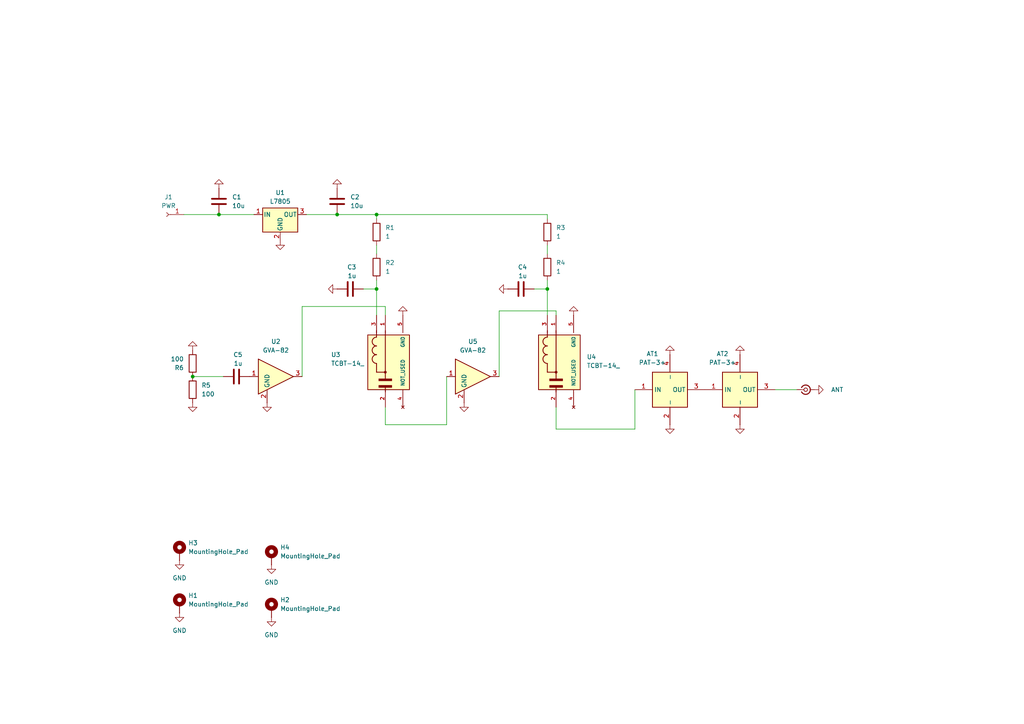
<source format=kicad_sch>
(kicad_sch (version 20231120) (generator "eeschema") (generator_version "8.0")
  (paper "A4")
  (lib_symbols
    (symbol "Connector:Conn_01x01_Socket" (pin_names (offset 1.016) hide)
      (property "Reference" "J" (at 0 2.54 0))
      (property "Value" "Conn_01x01_Socket" (at 0 -2.54 0))
      (symbol "Conn_01x01_Socket_1_1"
        (polyline (pts (xy -1.27 0) (xy -0.508 0)) (stroke (width 0.1524)))
        (arc (start 0 0.508) (mid -0.5058 0) (end 0 -0.508) (stroke (width 0.1524)))
        (pin passive line (at -5.08 0 0) (length 3.81) (name "Pin_1") (number "1"))
      )
    )
    (symbol "Connector:Conn_Coaxial_Small" (pin_numbers hide) (pin_names (offset 1.016) hide)
      (property "Reference" "J" (at 0.254 3.048 0))
      (property "Value" "Conn_Coaxial_Small" (at 0 -3.81 0))
      (symbol "Conn_Coaxial_Small_0_1"
        (polyline (pts (xy -2.54 0) (xy -0.508 0)))
        (circle (center 0 0) (radius 0.508) (stroke (width 0.2032)))
      )
      (symbol "Conn_Coaxial_Small_1_1"
        (arc (start -1.1916 -0.6311) (mid 0.327 -1.3081) (end 1.3484 0.0039) (stroke (width 0.3048)))
        (arc (start 1.3484 -0.0039) (mid 0.327 1.3081) (end -1.1916 0.6311) (stroke (width 0.3048)))
        (pin passive line (at -2.54 0 0) (length 1.27) (name "In") (number "1"))
        (pin passive line (at 2.54 0 180) (length 1.27) (name "Ext") (number "2"))
      )
    )
    (symbol "Device:C" (pin_numbers hide) (pin_names (offset 0.254))
      (property "Reference" "C" (at 0.635 2.54 0))
      (property "Value" "C" (at 0.635 -2.54 0))
      (symbol "C_0_1"
        (polyline (pts (xy -2.032 -0.762) (xy 2.032 -0.762)) (stroke (width 0.508)))
        (polyline (pts (xy -2.032 0.762) (xy 2.032 0.762)) (stroke (width 0.508)))
      )
      (symbol "C_1_1"
        (pin passive line (at 0 3.81 270) (length 2.794) (name "~") (number "1"))
        (pin passive line (at 0 -3.81 90) (length 2.794) (name "~") (number "2"))
      )
    )
    (symbol "Device:R" (pin_numbers hide) (pin_names (offset 0))
      (property "Reference" "R" (at 2.032 0 90))
      (property "Value" "R" (at 0 0 90))
      (symbol "R_0_1"
        (rectangle (start -1.016 -2.54) (end 1.016 2.54) (stroke (width 0.254)))
      )
      (symbol "R_1_1"
        (pin passive line (at 0 3.81 270) (length 1.27) (name "~") (number "1"))
        (pin passive line (at 0 -3.81 90) (length 1.27) (name "~") (number "2"))
      )
    )
    (symbol "Mechanical:MountingHole_Pad" (pin_numbers hide) (pin_names (offset 1.016) hide) (exclude_from_sim yes) (in_bom no)
      (property "Reference" "H" (at 0 6.35 0))
      (property "Value" "MountingHole_Pad" (at 0 4.445 0))
      (symbol "MountingHole_Pad_0_1"
        (circle (center 0 1.27) (radius 1.27) (stroke (width 1.27)))
      )
      (symbol "MountingHole_Pad_1_1"
        (pin input line (at 0 -2.54 90) (length 2.54) (name "1") (number "1"))
      )
    )
    (symbol "PAT-3+:PAT-3+"
      (property "Reference" "AT" (at 20.32 9.398 0))
      (property "Value" "PAT-3+" (at 20.32 6.858 0))
      (symbol "PAT-3+_1_1"
        (rectangle (start 19.05 -1.27) (end 29.21 -11.43) (stroke (width 0.254)) (fill (type background)))
        (pin passive line (at 13.97 -6.35 0) (length 5.08) (name "IN") (number "1"))
        (pin passive line (at 24.13 -16.51 90) (length 5.08) (name "-") (number "2"))
        (pin passive line (at 34.29 -6.35 180) (length 5.08) (name "OUT") (number "3"))
        (pin passive line (at 24.13 3.81 270) (length 5.08) (name "-") (number "4"))
      )
    )
    (symbol "RF_Amplifier:GVA-82"
      (property "Reference" "U" (at -1.27 7.62 0))
      (property "Value" "GVA-82" (at 2.54 5.08 0))
      (symbol "GVA-82_0_1"
        (polyline (pts (xy 5.08 0) (xy -5.08 5.08) (xy -5.08 -5.08) (xy 5.08 0)) (stroke (width 0.254)) (fill (type background)))
      )
      (symbol "GVA-82_1_1"
        (pin input line (at -7.62 0 0) (length 2.54) (name "~") (number "1"))
        (pin power_in line (at -2.54 -7.62 90) (length 3.81) (name "GND") (number "2"))
        (pin output line (at 7.62 0 180) (length 2.54) (name "~") (number "3"))
      )
    )
    (symbol "Regulator_Linear:L7805" (pin_names (offset 0.254))
      (property "Reference" "U" (at -3.81 3.175 0))
      (property "Value" "L7805" (at 0 3.175 0))
      (symbol "L7805_0_1"
        (rectangle (start -5.08 1.905) (end 5.08 -5.08) (stroke (width 0.254)) (fill (type background)))
      )
      (symbol "L7805_1_1"
        (pin power_in line (at -7.62 0 0) (length 2.54) (name "IN") (number "1"))
        (pin power_in line (at 0 -7.62 90) (length 2.54) (name "GND") (number "2"))
        (pin power_out line (at 7.62 0 180) (length 2.54) (name "OUT") (number "3"))
      )
    )
    (symbol "TCBT-14_:TCBT-14_" (pin_names (offset 1.016))
      (property "Reference" "U" (at -1.016 5.842 0))
      (property "Value" "TCBT-14_" (at -4.064 -9.398 0))
      (symbol "TCBT-14__0_0"
        (rectangle (start -7.62 5.08) (end 8.255 -6.985) (stroke (width 0.254)) (fill (type background)))
        (rectangle (start -6.985 -1.905) (end -6.35 1.9069) (stroke (width 0.1)) (fill (type outline)))
        (rectangle (start -5.0782 -1.905) (end -4.445 1.9069) (stroke (width 0.1)) (fill (type outline)))
        (circle (center -2.54 0) (radius 0.2) (stroke (width 0.4)))
        (polyline (pts (xy -6.985 0) (xy -8.255 0)) (stroke (width 0.254)))
        (polyline (pts (xy -2.54 0) (xy -4.445 0)) (stroke (width 0.254)))
        (polyline (pts (xy -2.54 0) (xy 9.525 0)) (stroke (width 0.254)))
        (polyline (pts (xy -2.54 2.54) (xy -2.54 0)) (stroke (width 0.254)))
        (polyline (pts (xy 0 2.54) (xy -2.54 2.54)) (stroke (width 0.254)))
        (polyline (pts (xy 7.62 2.54) (xy 9.525 2.54)) (stroke (width 0.254)))
        (arc (start 2.54 2.54) (mid 1.27 3.8044) (end 0 2.54) (stroke (width 0.254)))
        (arc (start 5.08 2.54) (mid 3.81 3.8044) (end 2.54 2.54) (stroke (width 0.254)))
        (arc (start 7.62 2.54) (mid 6.35 3.8044) (end 5.08 2.54) (stroke (width 0.254)))
        (pin passive line (at 13.97 0 180) (length 5.08) (name "~") (number "1"))
        (pin passive line (at -12.7 0 0) (length 5.08) (name "~") (number "2"))
        (pin passive line (at 13.97 2.54 180) (length 5.08) (name "~") (number "3"))
        (pin no_connect line (at -12.7 -5.08 0) (length 5.08) (name "NOT_USED") (number "4"))
        (pin power_in line (at 13.97 -5.08 180) (length 5.08) (name "GND") (number "5"))
      )
    )
    (symbol "power:GND" (power) (pin_numbers hide) (pin_names (offset 0) hide)
      (property "Value" "GND" (at 0 -3.81 0))
      (symbol "GND_0_1"
        (polyline (pts (xy 0 0) (xy 0 -1.27) (xy 1.27 -1.27) (xy 0 -2.54) (xy -1.27 -1.27) (xy 0 -1.27)))
      )
      (symbol "GND_1_1"
        (pin power_in line (at 0 0 270) (length 0) (name "~") (number "1"))
      )
    )
  )
  (junction (at 109.22 83.82))
  (junction (at 109.22 62.23))
  (junction (at 158.75 83.82))
  (junction (at 55.88 109.22))
  (junction (at 63.5 62.23))
  (junction (at 97.79 62.23))
  (wire (pts (xy 87.63 88.9) (xy 111.76 88.9)))
  (wire (pts (xy 158.75 83.82) (xy 158.75 91.44)))
  (wire (pts (xy 158.75 62.23) (xy 158.75 63.5)))
  (wire (pts (xy 161.29 91.44) (xy 161.29 90.17)))
  (wire (pts (xy 55.88 109.22) (xy 64.77 109.22)))
  (wire (pts (xy 224.79 113.03) (xy 231.14 113.03)))
  (wire (pts (xy 154.94 83.82) (xy 158.75 83.82)))
  (wire (pts (xy 53.34 62.23) (xy 63.5 62.23)))
  (wire (pts (xy 161.29 118.11) (xy 161.29 124.46)))
  (wire (pts (xy 111.76 118.11) (xy 111.76 123.19)))
  (wire (pts (xy 129.54 123.19) (xy 129.54 109.22)))
  (wire (pts (xy 111.76 88.9) (xy 111.76 91.44)))
  (wire (pts (xy 109.22 71.12) (xy 109.22 73.66)))
  (wire (pts (xy 184.15 124.46) (xy 184.15 113.03)))
  (wire (pts (xy 109.22 63.5) (xy 109.22 62.23)))
  (wire (pts (xy 111.76 123.19) (xy 129.54 123.19)))
  (wire (pts (xy 109.22 62.23) (xy 97.79 62.23)))
  (wire (pts (xy 87.63 88.9) (xy 87.63 109.22)))
  (wire (pts (xy 158.75 81.28) (xy 158.75 83.82)))
  (wire (pts (xy 109.22 81.28) (xy 109.22 83.82)))
  (wire (pts (xy 109.22 83.82) (xy 109.22 91.44)))
  (wire (pts (xy 144.78 90.17) (xy 144.78 109.22)))
  (wire (pts (xy 105.41 83.82) (xy 109.22 83.82)))
  (wire (pts (xy 158.75 71.12) (xy 158.75 73.66)))
  (wire (pts (xy 63.5 62.23) (xy 73.66 62.23)))
  (wire (pts (xy 161.29 124.46) (xy 184.15 124.46)))
  (wire (pts (xy 158.75 62.23) (xy 109.22 62.23)))
  (wire (pts (xy 161.29 90.17) (xy 144.78 90.17)))
  (wire (pts (xy 88.9 62.23) (xy 97.79 62.23)))
  (symbol (lib_id "Mechanical:MountingHole_Pad") (at 78.74 161.29 0) (unit 1) (exclude_from_sim yes) (in_bom no)
    (property "Reference" "H4" (at 81.28 158.7499 0) (effects (justify left)))
    (property "Value" "MountingHole_Pad" (at 81.28 161.2899 0) (effects (justify left)))
    (property "Footprint" "MountingHole:MountingHole_3.2mm_M3_Pad_Via" (effects (hide yes)))
    (property "Description" "Mounting Hole with connection" (effects (hide yes)))
  )
  (symbol (lib_id "Connector:Conn_01x01_Socket") (at 48.26 62.23 180) (unit 1)
    (property "Reference" "J1" (at 48.895 57.15 0))
    (property "Value" "PWR" (at 48.895 59.69 0))
    (property "Footprint" "TestPoint:TestPoint_Pad_D2.0mm" (effects (hide yes)))
    (property "Description" "Generic connector, single row, 01x01, script generated" (effects (hide yes)))
  )
  (symbol (lib_id "power:GND") (at 78.74 163.83 0) (unit 1)
    (property "Reference" "#PWR019" (effects (hide yes)))
    (property "Value" "GND" (at 78.74 168.91 0))
    (property "Description" "Power symbol creates a global label with name \"GND\" , ground" (effects (hide yes)))
  )
  (symbol (lib_id "power:GND") (at 78.74 179.07 0) (unit 1)
    (property "Reference" "#PWR017" (effects (hide yes)))
    (property "Value" "GND" (at 78.74 184.15 0))
    (property "Description" "Power symbol creates a global label with name \"GND\" , ground" (effects (hide yes)))
  )
  (symbol (lib_id "power:GND") (at 214.63 102.87 0) (mirror x) (unit 1)
    (property "Reference" "#PWR015" (effects (hide yes)))
    (property "Value" "GND" (effects (hide yes)))
    (property "Description" "Power symbol creates a global label with name \"GND\" , ground" (effects (hide yes)))
  )
  (symbol (lib_id "power:GND") (at 55.88 116.84 0) (mirror y) (unit 1)
    (property "Reference" "#PWR07" (effects (hide yes)))
    (property "Value" "GND" (effects (hide yes)))
    (property "Description" "Power symbol creates a global label with name \"GND\" , ground" (effects (hide yes)))
  )
  (symbol (lib_id "Mechanical:MountingHole_Pad") (at 78.74 176.53 0) (unit 1) (exclude_from_sim yes) (in_bom no)
    (property "Reference" "H2" (at 81.28 173.9899 0) (effects (justify left)))
    (property "Value" "MountingHole_Pad" (at 81.28 176.5299 0) (effects (justify left)))
    (property "Footprint" "MountingHole:MountingHole_3.2mm_M3_Pad_Via" (effects (hide yes)))
    (property "Description" "Mounting Hole with connection" (effects (hide yes)))
  )
  (symbol (lib_id "Device:R") (at 109.22 77.47 0) (unit 1)
    (property "Reference" "R2" (at 111.76 76.1999 0) (effects (justify left)))
    (property "Value" "1" (at 111.76 78.7399 0) (effects (justify left)))
    (property "Footprint" "Resistor_SMD:R_0805_2012Metric_Pad1.20x1.40mm_HandSolder" (effects (hide yes)))
    (property "Description" "Resistor" (effects (hide yes)))
  )
  (symbol (lib_id "power:GND") (at 134.62 116.84 0) (mirror y) (unit 1)
    (property "Reference" "#PWR010" (effects (hide yes)))
    (property "Value" "GND" (effects (hide yes)))
    (property "Description" "Power symbol creates a global label with name \"GND\" , ground" (effects (hide yes)))
  )
  (symbol (lib_id "power:GND") (at 52.07 162.56 0) (unit 1)
    (property "Reference" "#PWR018" (effects (hide yes)))
    (property "Value" "GND" (at 52.07 167.64 0))
    (property "Description" "Power symbol creates a global label with name \"GND\" , ground" (effects (hide yes)))
  )
  (symbol (lib_id "TCBT-14_:TCBT-14_") (at 161.29 105.41 90) (unit 1)
    (property "Reference" "U4" (at 170.18 103.5049 90) (effects (justify right)))
    (property "Value" "TCBT-14_" (at 170.18 106.0449 90) (effects (justify right)))
    (property "Footprint" "Footprints:IC_TCBT-14_" (effects (hide yes)))
    (property "MF" "Mini-Circuits" (effects (hide yes)))
    (property "MAXIMUM_PACKAGE_HEIGHT" "3.56 mm" (effects (hide yes)))
    (property "Package" "Package" (effects (hide yes)))
    (property "Price" "None" (effects (hide yes)))
    (property "Check_prices" "https://www.snapeda.com/parts/TCBT-14+/Mini-Circuits/view-part/?ref=eda" (effects (hide yes)))
    (property "STANDARD" "Manufacturer Recommendations" (effects (hide yes)))
    (property "PARTREV" "C" (effects (hide yes)))
    (property "SnapEDA_Link" "https://www.snapeda.com/parts/TCBT-14+/Mini-Circuits/view-part/?ref=snap" (effects (hide yes)))
    (property "MP" "TCBT-14+" (effects (hide yes)))
    (property "Description_1" "\n                        \n                            RF IC Bias Tee General Purpose 10MHz ~ 10GHz - GU1414\n                        \n" (effects (hide yes)))
    (property "Availability" "In Stock" (effects (hide yes)))
    (property "MANUFACTURER" "Mini-Circuits" (effects (hide yes)))
  )
  (symbol (lib_id "power:GND") (at 97.79 54.61 0) (mirror x) (unit 1)
    (property "Reference" "#PWR03" (effects (hide yes)))
    (property "Value" "GND" (effects (hide yes)))
    (property "Description" "Power symbol creates a global label with name \"GND\" , ground" (effects (hide yes)))
  )
  (symbol (lib_id "power:GND") (at 147.32 83.82 270) (mirror x) (unit 1)
    (property "Reference" "#PWR06" (effects (hide yes)))
    (property "Value" "GND" (effects (hide yes)))
    (property "Description" "Power symbol creates a global label with name \"GND\" , ground" (effects (hide yes)))
  )
  (symbol (lib_id "Connector:Conn_Coaxial_Small") (at 233.68 113.03 0) (unit 1)
    (property "Reference" "J2" (effects (hide yes)))
    (property "Value" "ANT" (at 242.824 113.03 0))
    (property "Footprint" "Footprints:SMA_Edge" (effects (hide yes)))
    (property "Description" "small coaxial connector (BNC, SMA, SMB, SMC, Cinch/RCA, LEMO, ...)" (effects (hide yes)))
  )
  (symbol (lib_id "PAT-3+:PAT-3+") (at 170.18 106.68 0) (unit 1)
    (property "Reference" "AT1" (at 189.23 102.616 0))
    (property "Value" "PAT-3+" (at 189.23 105.156 0))
    (property "Footprint" "Footprints:PAT3" (effects (hide yes)))
    (property "Datasheet" "https://www.minicircuits.com/pdfs/PAT-3+.pdf" (effects (hide yes)))
    (property "Description" "Miniature Ceramic Fixed Attenuator 50 1W 3dB DC to 7000 MHz" (effects (hide yes)))
    (property "Height" "1.45" (effects (hide yes)))
    (property "Mouser Part Number" "139-PAT-3+" (effects (hide yes)))
    (property "Mouser Price/Stock" "https://www.mouser.co.uk/ProductDetail/Mini-Circuits/PAT-3%2b?qs=Znm5pLBrcAIwGYdEzIZbUA%3D%3D" (effects (hide yes)))
    (property "Manufacturer_Name" "Mini-Circuits" (effects (hide yes)))
    (property "Manufacturer_Part_Number" "PAT-3+" (effects (hide yes)))
  )
  (symbol (lib_id "power:GND") (at 81.28 69.85 0) (mirror y) (unit 1)
    (property "Reference" "#PWR04" (effects (hide yes)))
    (property "Value" "GND" (effects (hide yes)))
    (property "Description" "Power symbol creates a global label with name \"GND\" , ground" (effects (hide yes)))
  )
  (symbol (lib_id "Device:C") (at 101.6 83.82 270) (unit 1)
    (property "Reference" "C3" (at 103.378 77.47 90) (effects (justify right)))
    (property "Value" "1u" (at 103.378 80.01 90) (effects (justify right)))
    (property "Footprint" "Capacitor_SMD:C_0805_2012Metric_Pad1.18x1.45mm_HandSolder" (effects (hide yes)))
    (property "Description" "Unpolarized capacitor" (effects (hide yes)))
  )
  (symbol (lib_id "Device:C") (at 151.13 83.82 270) (unit 1)
    (property "Reference" "C4" (at 152.908 77.47 90) (effects (justify right)))
    (property "Value" "1u" (at 152.908 80.01 90) (effects (justify right)))
    (property "Footprint" "Capacitor_SMD:C_0805_2012Metric_Pad1.18x1.45mm_HandSolder" (effects (hide yes)))
    (property "Description" "Unpolarized capacitor" (effects (hide yes)))
  )
  (symbol (lib_id "power:GND") (at 63.5 54.61 0) (mirror x) (unit 1)
    (property "Reference" "#PWR02" (effects (hide yes)))
    (property "Value" "GND" (effects (hide yes)))
    (property "Description" "Power symbol creates a global label with name \"GND\" , ground" (effects (hide yes)))
  )
  (symbol (lib_id "power:GND") (at 97.79 83.82 270) (mirror x) (unit 1)
    (property "Reference" "#PWR05" (effects (hide yes)))
    (property "Value" "GND" (effects (hide yes)))
    (property "Description" "Power symbol creates a global label with name \"GND\" , ground" (effects (hide yes)))
  )
  (symbol (lib_id "power:GND") (at 77.47 116.84 0) (mirror y) (unit 1)
    (property "Reference" "#PWR09" (effects (hide yes)))
    (property "Value" "GND" (effects (hide yes)))
    (property "Description" "Power symbol creates a global label with name \"GND\" , ground" (effects (hide yes)))
  )
  (symbol (lib_id "Device:C") (at 68.58 109.22 270) (unit 1)
    (property "Reference" "C5" (at 70.358 102.87 90) (effects (justify right)))
    (property "Value" "1u" (at 70.358 105.41 90) (effects (justify right)))
    (property "Footprint" "Capacitor_SMD:C_0805_2012Metric_Pad1.18x1.45mm_HandSolder" (effects (hide yes)))
    (property "Description" "Unpolarized capacitor" (effects (hide yes)))
  )
  (symbol (lib_id "RF_Amplifier:GVA-82") (at 80.01 109.22 0) (unit 1)
    (property "Reference" "U2" (at 80.01 99.06 0))
    (property "Value" "GVA-82" (at 80.01 101.6 0))
    (property "Footprint" "Footprints:SOT-89-3_VIAS" (effects (hide yes)))
    (property "Datasheet" "https://www.minicircuits.com/pdfs/GVA-82+.pdf" (effects (hide yes)))
    (property "Description" "DC-7000MHz +13.8dB Gain Block, SOT-89" (effects (hide yes)))
  )
  (symbol (lib_id "Device:R") (at 109.22 67.31 0) (unit 1)
    (property "Reference" "R1" (at 111.76 66.0399 0) (effects (justify left)))
    (property "Value" "1" (at 111.76 68.5799 0) (effects (justify left)))
    (property "Footprint" "Resistor_SMD:R_0805_2012Metric_Pad1.20x1.40mm_HandSolder" (effects (hide yes)))
    (property "Description" "Resistor" (effects (hide yes)))
  )
  (symbol (lib_id "power:GND") (at 55.88 101.6 0) (mirror x) (unit 1)
    (property "Reference" "#PWR08" (effects (hide yes)))
    (property "Value" "GND" (effects (hide yes)))
    (property "Description" "Power symbol creates a global label with name \"GND\" , ground" (effects (hide yes)))
  )
  (symbol (lib_id "Device:R") (at 158.75 67.31 0) (unit 1)
    (property "Reference" "R3" (at 161.29 66.0399 0) (effects (justify left)))
    (property "Value" "1" (at 161.29 68.5799 0) (effects (justify left)))
    (property "Footprint" "Resistor_SMD:R_0805_2012Metric_Pad1.20x1.40mm_HandSolder" (effects (hide yes)))
    (property "Description" "Resistor" (effects (hide yes)))
  )
  (symbol (lib_id "Mechanical:MountingHole_Pad") (at 52.07 160.02 0) (unit 1) (exclude_from_sim yes) (in_bom no)
    (property "Reference" "H3" (at 54.61 157.4799 0) (effects (justify left)))
    (property "Value" "MountingHole_Pad" (at 54.61 160.0199 0) (effects (justify left)))
    (property "Footprint" "MountingHole:MountingHole_3.2mm_M3_Pad_Via" (effects (hide yes)))
    (property "Description" "Mounting Hole with connection" (effects (hide yes)))
  )
  (symbol (lib_id "Device:R") (at 55.88 113.03 0) (unit 1)
    (property "Reference" "R5" (at 58.42 111.7599 0) (effects (justify left)))
    (property "Value" "100" (at 58.42 114.2999 0) (effects (justify left)))
    (property "Footprint" "Resistor_SMD:R_0805_2012Metric_Pad1.20x1.40mm_HandSolder" (effects (hide yes)))
    (property "Description" "Resistor" (effects (hide yes)))
  )
  (symbol (lib_id "TCBT-14_:TCBT-14_") (at 111.76 105.41 90) (unit 1)
    (property "Reference" "U3" (at 96.012 102.87 90) (effects (justify right)))
    (property "Value" "TCBT-14_" (at 96.012 105.41 90) (effects (justify right)))
    (property "Footprint" "Footprints:IC_TCBT-14_" (effects (hide yes)))
    (property "MF" "Mini-Circuits" (effects (hide yes)))
    (property "MAXIMUM_PACKAGE_HEIGHT" "3.56 mm" (effects (hide yes)))
    (property "Package" "Package" (effects (hide yes)))
    (property "Price" "None" (effects (hide yes)))
    (property "Check_prices" "https://www.snapeda.com/parts/TCBT-14+/Mini-Circuits/view-part/?ref=eda" (effects (hide yes)))
    (property "STANDARD" "Manufacturer Recommendations" (effects (hide yes)))
    (property "PARTREV" "C" (effects (hide yes)))
    (property "SnapEDA_Link" "https://www.snapeda.com/parts/TCBT-14+/Mini-Circuits/view-part/?ref=snap" (effects (hide yes)))
    (property "MP" "TCBT-14+" (effects (hide yes)))
    (property "Description_1" "\n                        \n                            RF IC Bias Tee General Purpose 10MHz ~ 10GHz - GU1414\n                        \n" (effects (hide yes)))
    (property "Availability" "In Stock" (effects (hide yes)))
    (property "MANUFACTURER" "Mini-Circuits" (effects (hide yes)))
  )
  (symbol (lib_id "power:GND") (at 166.37 91.44 0) (mirror x) (unit 1)
    (property "Reference" "#PWR012" (effects (hide yes)))
    (property "Value" "GND" (effects (hide yes)))
    (property "Description" "Power symbol creates a global label with name \"GND\" , ground" (effects (hide yes)))
  )
  (symbol (lib_id "Regulator_Linear:L7805") (at 81.28 62.23 0) (unit 1)
    (property "Reference" "U1" (at 81.28 55.88 0))
    (property "Value" "L7805" (at 81.28 58.42 0))
    (property "Footprint" "Package_TO_SOT_SMD:TO-252-2" (effects (hide yes)))
    (property "Datasheet" "http://www.st.com/content/ccc/resource/technical/document/datasheet/41/4f/b3/b0/12/d4/47/88/CD00000444.pdf/files/CD00000444.pdf/jcr:content/translations/en.CD00000444.pdf" (effects (hide yes)))
    (property "Description" "Positive 1.5A 35V Linear Regulator, Fixed Output 5V, TO-220/TO-263/TO-252" (effects (hide yes)))
  )
  (symbol (lib_id "Device:R") (at 55.88 105.41 180) (unit 1)
    (property "Reference" "R6" (at 53.34 106.6801 0) (effects (justify left)))
    (property "Value" "100" (at 53.34 104.1401 0) (effects (justify left)))
    (property "Footprint" "Resistor_SMD:R_0805_2012Metric_Pad1.20x1.40mm_HandSolder" (effects (hide yes)))
    (property "Description" "Resistor" (effects (hide yes)))
  )
  (symbol (lib_id "power:GND") (at 236.22 113.03 90) (mirror x) (unit 1)
    (property "Reference" "#PWR020" (effects (hide yes)))
    (property "Value" "GND" (effects (hide yes)))
    (property "Description" "Power symbol creates a global label with name \"GND\" , ground" (effects (hide yes)))
  )
  (symbol (lib_id "Mechanical:MountingHole_Pad") (at 52.07 175.26 0) (unit 1) (exclude_from_sim yes) (in_bom no)
    (property "Reference" "H1" (at 54.61 172.7199 0) (effects (justify left)))
    (property "Value" "MountingHole_Pad" (at 54.61 175.2599 0) (effects (justify left)))
    (property "Footprint" "MountingHole:MountingHole_3.2mm_M3_Pad_Via" (effects (hide yes)))
    (property "Description" "Mounting Hole with connection" (effects (hide yes)))
  )
  (symbol (lib_id "Device:C") (at 97.79 58.42 180) (unit 1)
    (property "Reference" "C2" (at 101.6 57.1499 0) (effects (justify right)))
    (property "Value" "10u" (at 101.6 59.6899 0) (effects (justify right)))
    (property "Footprint" "Capacitor_SMD:C_0805_2012Metric_Pad1.18x1.45mm_HandSolder" (effects (hide yes)))
    (property "Description" "Unpolarized capacitor" (effects (hide yes)))
  )
  (symbol (lib_id "power:GND") (at 194.31 123.19 0) (mirror y) (unit 1)
    (property "Reference" "#PWR013" (effects (hide yes)))
    (property "Value" "GND" (effects (hide yes)))
    (property "Description" "Power symbol creates a global label with name \"GND\" , ground" (effects (hide yes)))
  )
  (symbol (lib_id "power:GND") (at 116.84 91.44 0) (mirror x) (unit 1)
    (property "Reference" "#PWR011" (effects (hide yes)))
    (property "Value" "GND" (effects (hide yes)))
    (property "Description" "Power symbol creates a global label with name \"GND\" , ground" (effects (hide yes)))
  )
  (symbol (lib_id "power:GND") (at 194.31 102.87 0) (mirror x) (unit 1)
    (property "Reference" "#PWR014" (effects (hide yes)))
    (property "Value" "GND" (effects (hide yes)))
    (property "Description" "Power symbol creates a global label with name \"GND\" , ground" (effects (hide yes)))
  )
  (symbol (lib_id "power:GND") (at 214.63 123.19 0) (mirror y) (unit 1)
    (property "Reference" "#PWR016" (effects (hide yes)))
    (property "Value" "GND" (effects (hide yes)))
    (property "Description" "Power symbol creates a global label with name \"GND\" , ground" (effects (hide yes)))
  )
  (symbol (lib_id "Device:C") (at 63.5 58.42 180) (unit 1)
    (property "Reference" "C1" (at 67.31 57.1499 0) (effects (justify right)))
    (property "Value" "10u" (at 67.31 59.6899 0) (effects (justify right)))
    (property "Footprint" "Capacitor_SMD:C_0805_2012Metric_Pad1.18x1.45mm_HandSolder" (effects (hide yes)))
    (property "Description" "Unpolarized capacitor" (effects (hide yes)))
  )
  (symbol (lib_id "Device:R") (at 158.75 77.47 0) (unit 1)
    (property "Reference" "R4" (at 161.29 76.1999 0) (effects (justify left)))
    (property "Value" "1" (at 161.29 78.7399 0) (effects (justify left)))
    (property "Footprint" "Resistor_SMD:R_0805_2012Metric_Pad1.20x1.40mm_HandSolder" (effects (hide yes)))
    (property "Description" "Resistor" (effects (hide yes)))
  )
  (symbol (lib_id "PAT-3+:PAT-3+") (at 190.5 106.68 0) (unit 1)
    (property "Reference" "AT2" (at 209.55 102.616 0))
    (property "Value" "PAT-3+" (at 209.55 105.156 0))
    (property "Footprint" "Footprints:PAT3" (effects (hide yes)))
    (property "Datasheet" "https://www.minicircuits.com/pdfs/PAT-3+.pdf" (effects (hide yes)))
    (property "Description" "Miniature Ceramic Fixed Attenuator 50 1W 3dB DC to 7000 MHz" (effects (hide yes)))
    (property "Height" "1.45" (effects (hide yes)))
    (property "Mouser Part Number" "139-PAT-3+" (effects (hide yes)))
    (property "Mouser Price/Stock" "https://www.mouser.co.uk/ProductDetail/Mini-Circuits/PAT-3%2b?qs=Znm5pLBrcAIwGYdEzIZbUA%3D%3D" (effects (hide yes)))
    (property "Manufacturer_Name" "Mini-Circuits" (effects (hide yes)))
    (property "Manufacturer_Part_Number" "PAT-3+" (effects (hide yes)))
  )
  (symbol (lib_id "RF_Amplifier:GVA-82") (at 137.16 109.22 0) (unit 1)
    (property "Reference" "U5" (at 137.16 99.06 0))
    (property "Value" "GVA-82" (at 137.16 101.6 0))
    (property "Footprint" "Footprints:SOT-89-3_VIAS" (effects (hide yes)))
    (property "Datasheet" "https://www.minicircuits.com/pdfs/GVA-82+.pdf" (effects (hide yes)))
    (property "Description" "DC-7000MHz +13.8dB Gain Block, SOT-89" (effects (hide yes)))
  )
  (symbol (lib_id "power:GND") (at 52.07 177.8 0) (unit 1)
    (property "Reference" "#PWR01" (effects (hide yes)))
    (property "Value" "GND" (at 52.07 182.88 0))
    (property "Description" "Power symbol creates a global label with name \"GND\" , ground" (effects (hide yes)))
  )
)
</source>
